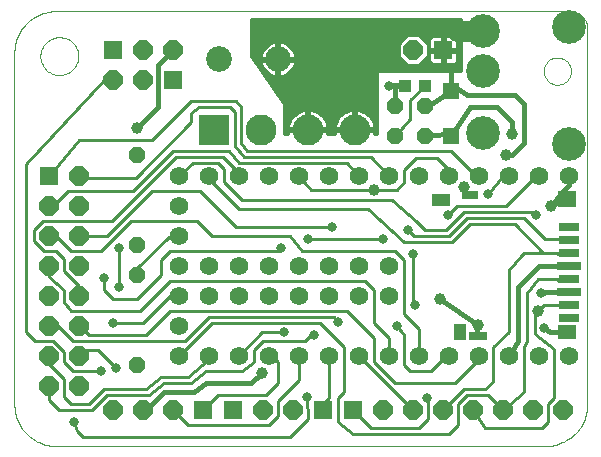
<source format=gtl>
G75*
G70*
%OFA0B0*%
%FSLAX24Y24*%
%IPPOS*%
%LPD*%
%AMOC8*
5,1,8,0,0,1.08239X$1,22.5*
%
%ADD10C,0.0000*%
%ADD11R,0.0394X0.0433*%
%ADD12C,0.1033*%
%ADD13R,0.1033X0.1033*%
%ADD14C,0.0860*%
%ADD15R,0.0640X0.0640*%
%ADD16OC8,0.0640*%
%ADD17R,0.0591X0.0551*%
%ADD18R,0.0591X0.0512*%
%ADD19R,0.0689X0.0276*%
%ADD20R,0.0800X0.0276*%
%ADD21R,0.0591X0.0315*%
%ADD22R,0.0394X0.0551*%
%ADD23R,0.0551X0.0315*%
%ADD24R,0.0610X0.0394*%
%ADD25C,0.1122*%
%ADD26R,0.0551X0.0551*%
%ADD27OC8,0.0560*%
%ADD28C,0.0620*%
%ADD29C,0.0160*%
%ADD30C,0.0396*%
%ADD31C,0.0700*%
%ADD32C,0.0100*%
%ADD33C,0.0320*%
D10*
X001600Y004500D02*
X017900Y004500D01*
X017973Y004502D01*
X018046Y004508D01*
X018119Y004517D01*
X018191Y004531D01*
X018262Y004548D01*
X018333Y004569D01*
X018402Y004593D01*
X018469Y004621D01*
X018536Y004653D01*
X018600Y004688D01*
X018662Y004726D01*
X018723Y004767D01*
X018781Y004812D01*
X018837Y004860D01*
X018890Y004910D01*
X018940Y004963D01*
X018988Y005019D01*
X019033Y005077D01*
X019074Y005138D01*
X019112Y005200D01*
X019147Y005264D01*
X019179Y005331D01*
X019207Y005398D01*
X019231Y005467D01*
X019252Y005538D01*
X019269Y005609D01*
X019283Y005681D01*
X019292Y005754D01*
X019298Y005827D01*
X019300Y005900D01*
X019300Y018400D01*
X019301Y018445D01*
X019297Y018491D01*
X019290Y018536D01*
X019280Y018580D01*
X019266Y018623D01*
X019249Y018665D01*
X019228Y018706D01*
X019205Y018745D01*
X019178Y018782D01*
X019148Y018816D01*
X019116Y018848D01*
X019082Y018878D01*
X019045Y018905D01*
X019006Y018928D01*
X018965Y018949D01*
X018923Y018966D01*
X018880Y018980D01*
X018836Y018990D01*
X018791Y018997D01*
X018745Y019001D01*
X018700Y019000D01*
X001600Y019000D01*
X001527Y018998D01*
X001454Y018992D01*
X001381Y018983D01*
X001309Y018969D01*
X001238Y018952D01*
X001167Y018931D01*
X001098Y018907D01*
X001031Y018879D01*
X000964Y018847D01*
X000900Y018812D01*
X000838Y018774D01*
X000777Y018733D01*
X000719Y018688D01*
X000663Y018640D01*
X000610Y018590D01*
X000560Y018537D01*
X000512Y018481D01*
X000467Y018423D01*
X000426Y018362D01*
X000388Y018300D01*
X000353Y018236D01*
X000321Y018169D01*
X000293Y018102D01*
X000269Y018033D01*
X000248Y017962D01*
X000231Y017891D01*
X000217Y017819D01*
X000208Y017746D01*
X000202Y017673D01*
X000200Y017600D01*
X000200Y005900D01*
X000202Y005827D01*
X000208Y005754D01*
X000217Y005681D01*
X000231Y005609D01*
X000248Y005538D01*
X000269Y005467D01*
X000293Y005398D01*
X000321Y005331D01*
X000353Y005264D01*
X000388Y005200D01*
X000426Y005138D01*
X000467Y005077D01*
X000512Y005019D01*
X000560Y004963D01*
X000610Y004910D01*
X000663Y004860D01*
X000719Y004812D01*
X000777Y004767D01*
X000838Y004726D01*
X000900Y004688D01*
X000964Y004653D01*
X001031Y004621D01*
X001098Y004593D01*
X001167Y004569D01*
X001238Y004548D01*
X001309Y004531D01*
X001381Y004517D01*
X001454Y004508D01*
X001527Y004502D01*
X001600Y004500D01*
X001070Y017500D02*
X001072Y017550D01*
X001078Y017600D01*
X001088Y017649D01*
X001102Y017697D01*
X001119Y017744D01*
X001140Y017789D01*
X001165Y017833D01*
X001193Y017874D01*
X001225Y017913D01*
X001259Y017950D01*
X001296Y017984D01*
X001336Y018014D01*
X001378Y018041D01*
X001422Y018065D01*
X001468Y018086D01*
X001515Y018102D01*
X001563Y018115D01*
X001613Y018124D01*
X001662Y018129D01*
X001713Y018130D01*
X001763Y018127D01*
X001812Y018120D01*
X001861Y018109D01*
X001909Y018094D01*
X001955Y018076D01*
X002000Y018054D01*
X002043Y018028D01*
X002084Y017999D01*
X002123Y017967D01*
X002159Y017932D01*
X002191Y017894D01*
X002221Y017854D01*
X002248Y017811D01*
X002271Y017767D01*
X002290Y017721D01*
X002306Y017673D01*
X002318Y017624D01*
X002326Y017575D01*
X002330Y017525D01*
X002330Y017475D01*
X002326Y017425D01*
X002318Y017376D01*
X002306Y017327D01*
X002290Y017279D01*
X002271Y017233D01*
X002248Y017189D01*
X002221Y017146D01*
X002191Y017106D01*
X002159Y017068D01*
X002123Y017033D01*
X002084Y017001D01*
X002043Y016972D01*
X002000Y016946D01*
X001955Y016924D01*
X001909Y016906D01*
X001861Y016891D01*
X001812Y016880D01*
X001763Y016873D01*
X001713Y016870D01*
X001662Y016871D01*
X001613Y016876D01*
X001563Y016885D01*
X001515Y016898D01*
X001468Y016914D01*
X001422Y016935D01*
X001378Y016959D01*
X001336Y016986D01*
X001296Y017016D01*
X001259Y017050D01*
X001225Y017087D01*
X001193Y017126D01*
X001165Y017167D01*
X001140Y017211D01*
X001119Y017256D01*
X001102Y017303D01*
X001088Y017351D01*
X001078Y017400D01*
X001072Y017450D01*
X001070Y017500D01*
X017847Y017000D02*
X017849Y017042D01*
X017855Y017084D01*
X017865Y017126D01*
X017878Y017166D01*
X017896Y017205D01*
X017917Y017242D01*
X017941Y017276D01*
X017969Y017309D01*
X017999Y017339D01*
X018032Y017365D01*
X018067Y017389D01*
X018105Y017409D01*
X018144Y017425D01*
X018184Y017438D01*
X018226Y017447D01*
X018268Y017452D01*
X018311Y017453D01*
X018353Y017450D01*
X018395Y017443D01*
X018436Y017432D01*
X018476Y017417D01*
X018514Y017399D01*
X018551Y017377D01*
X018585Y017352D01*
X018617Y017324D01*
X018645Y017293D01*
X018671Y017259D01*
X018694Y017223D01*
X018713Y017186D01*
X018729Y017146D01*
X018741Y017105D01*
X018749Y017064D01*
X018753Y017021D01*
X018753Y016979D01*
X018749Y016936D01*
X018741Y016895D01*
X018729Y016854D01*
X018713Y016814D01*
X018694Y016777D01*
X018671Y016741D01*
X018645Y016707D01*
X018617Y016676D01*
X018585Y016648D01*
X018551Y016623D01*
X018514Y016601D01*
X018476Y016583D01*
X018436Y016568D01*
X018395Y016557D01*
X018353Y016550D01*
X018311Y016547D01*
X018268Y016548D01*
X018226Y016553D01*
X018184Y016562D01*
X018144Y016575D01*
X018105Y016591D01*
X018067Y016611D01*
X018032Y016635D01*
X017999Y016661D01*
X017969Y016691D01*
X017941Y016724D01*
X017917Y016758D01*
X017896Y016795D01*
X017878Y016834D01*
X017865Y016874D01*
X017855Y016916D01*
X017849Y016958D01*
X017847Y017000D01*
D11*
X013885Y016500D03*
X013215Y016500D03*
D12*
X011540Y015050D03*
X009980Y015050D03*
X008420Y015050D03*
D13*
X006860Y015050D03*
D14*
X007016Y017400D03*
X008984Y017400D03*
D15*
X005500Y016700D03*
X003500Y017700D03*
X001350Y013500D03*
X006500Y005700D03*
X007500Y005700D03*
X010500Y005700D03*
X011500Y005700D03*
X014500Y017700D03*
D16*
X013500Y017700D03*
X005500Y017700D03*
X004500Y017700D03*
X004500Y016700D03*
X003500Y016700D03*
X002350Y013500D03*
X002350Y012500D03*
X002350Y011500D03*
X002350Y010500D03*
X002350Y009500D03*
X002350Y008500D03*
X001350Y008500D03*
X001350Y009500D03*
X001350Y010500D03*
X001350Y011500D03*
X001350Y012500D03*
X001350Y007500D03*
X001350Y006500D03*
X002350Y006500D03*
X002350Y007500D03*
X003500Y005700D03*
X004500Y005700D03*
X005500Y005700D03*
X008500Y005700D03*
X009500Y005700D03*
X012500Y005700D03*
X013500Y005700D03*
X014500Y005700D03*
X015500Y005700D03*
X016500Y005700D03*
X017500Y005700D03*
X018500Y005700D03*
D17*
X018633Y012737D03*
D18*
X018633Y008288D03*
D19*
X018673Y008780D03*
X018673Y009193D03*
X018673Y010059D03*
X018673Y010926D03*
X018673Y011359D03*
X018673Y011792D03*
D20*
X018673Y010493D03*
X018673Y009626D03*
D21*
X015641Y008170D03*
D22*
X015051Y008288D03*
D23*
X015385Y012855D03*
D24*
X014421Y012717D03*
D25*
X015820Y014953D03*
X015820Y017000D03*
X015820Y018339D03*
X018694Y018457D03*
X018694Y014559D03*
D26*
X014750Y014852D03*
X014750Y016348D03*
D27*
X013900Y015850D03*
X012900Y015850D03*
X012900Y014850D03*
X013900Y014850D03*
X004300Y014200D03*
X004300Y011200D03*
X004300Y010200D03*
X004300Y007200D03*
D28*
X005700Y007500D03*
X006700Y007500D03*
X007700Y007500D03*
X008700Y007500D03*
X009700Y007500D03*
X010700Y007500D03*
X011700Y007500D03*
X012700Y007500D03*
X013700Y007500D03*
X014700Y007500D03*
X015700Y007500D03*
X016700Y007500D03*
X017700Y007500D03*
X018700Y007500D03*
X012700Y009500D03*
X012700Y010500D03*
X011700Y010500D03*
X011700Y009500D03*
X010700Y009500D03*
X010700Y010500D03*
X009700Y010500D03*
X008700Y010500D03*
X008700Y009500D03*
X009700Y009500D03*
X007700Y009500D03*
X007700Y010500D03*
X006700Y010500D03*
X006700Y009500D03*
X005700Y009500D03*
X005700Y008500D03*
X005700Y010500D03*
X005700Y011500D03*
X005700Y012500D03*
X005700Y013500D03*
X006700Y013500D03*
X007700Y013500D03*
X008700Y013500D03*
X009700Y013500D03*
X010700Y013500D03*
X011700Y013500D03*
X012700Y013500D03*
X013700Y013500D03*
X014700Y013500D03*
X015700Y013500D03*
X016700Y013500D03*
X017700Y013500D03*
X018700Y013500D03*
D29*
X018700Y013200D01*
X018500Y013000D01*
X018100Y012500D01*
X018247Y012600D01*
X018633Y012737D01*
X016800Y014200D02*
X017200Y014600D01*
X017200Y015900D01*
X016900Y016200D01*
X015300Y016200D01*
X014952Y016448D01*
X014750Y016348D01*
X014102Y015900D01*
X013900Y015850D01*
X013215Y016500D02*
X012900Y016535D01*
X012900Y015850D01*
X012700Y016500D02*
X012665Y016550D01*
X013215Y016500D01*
X014750Y016348D02*
X014750Y017000D01*
X015400Y015800D02*
X016300Y015800D01*
X016800Y015300D01*
X016800Y014900D01*
X016800Y014200D02*
X016600Y014200D01*
X014750Y014852D02*
X015400Y015800D01*
X014750Y014852D02*
X014598Y014900D01*
X013900Y014850D01*
X017693Y010493D02*
X018673Y010493D01*
X018673Y009626D02*
X018024Y009626D01*
X017750Y009600D01*
X017000Y009800D02*
X017693Y010493D01*
X017000Y009800D02*
X017000Y008000D01*
X016700Y007500D01*
X015641Y008170D02*
X015600Y008461D01*
X015650Y008550D01*
X014400Y009400D01*
X017850Y008450D02*
X018062Y008288D01*
X018633Y008288D01*
X008450Y006950D02*
X008080Y006600D01*
X006600Y006600D01*
X006200Y006300D01*
X005200Y006300D01*
X004600Y005700D01*
X004500Y005700D01*
X004300Y015100D02*
X005000Y015800D01*
X005000Y017200D01*
X005500Y017700D01*
D30*
X004300Y015100D03*
X012200Y013050D03*
X015200Y013150D03*
X016600Y014200D03*
X016800Y014900D03*
X018100Y012500D03*
X017650Y009000D03*
X015650Y008550D03*
X014400Y009400D03*
X008450Y006950D03*
D31*
X014939Y018339D02*
X015820Y018339D01*
D32*
X015100Y018290D02*
X008100Y018290D01*
X008100Y018192D02*
X015100Y018192D01*
X015100Y018093D02*
X014951Y018093D01*
X014960Y018078D02*
X014940Y018112D01*
X014912Y018140D01*
X014878Y018160D01*
X014840Y018170D01*
X014550Y018170D01*
X014550Y017750D01*
X014450Y017750D01*
X014450Y018170D01*
X014160Y018170D01*
X014122Y018160D01*
X014088Y018140D01*
X014060Y018112D01*
X014040Y018078D01*
X014030Y018040D01*
X014030Y017750D01*
X014450Y017750D01*
X014450Y017650D01*
X014030Y017650D01*
X014030Y017360D01*
X014040Y017322D01*
X014060Y017288D01*
X014088Y017260D01*
X014122Y017240D01*
X014160Y017230D01*
X014450Y017230D01*
X014450Y017650D01*
X014550Y017650D01*
X014550Y017750D01*
X014970Y017750D01*
X014970Y018040D01*
X014960Y018078D01*
X014970Y017995D02*
X015100Y017995D01*
X015100Y017896D02*
X014970Y017896D01*
X014970Y017798D02*
X015100Y017798D01*
X015100Y017699D02*
X014550Y017699D01*
X014550Y017650D02*
X014970Y017650D01*
X014970Y017360D01*
X014960Y017322D01*
X014940Y017288D01*
X014912Y017260D01*
X014878Y017240D01*
X014840Y017230D01*
X014550Y017230D01*
X014550Y017650D01*
X014550Y017601D02*
X014450Y017601D01*
X014450Y017699D02*
X013990Y017699D01*
X013990Y017601D02*
X014030Y017601D01*
X014030Y017502D02*
X013990Y017502D01*
X013990Y017497D02*
X013703Y017210D01*
X013297Y017210D01*
X013010Y017497D01*
X013010Y017903D01*
X013297Y018190D01*
X013703Y018190D01*
X013990Y017903D01*
X013990Y017497D01*
X014030Y017404D02*
X013896Y017404D01*
X013798Y017305D02*
X014050Y017305D01*
X014450Y017305D02*
X014550Y017305D01*
X014550Y017404D02*
X014450Y017404D01*
X014450Y017502D02*
X014550Y017502D01*
X014550Y017798D02*
X014450Y017798D01*
X014450Y017896D02*
X014550Y017896D01*
X014550Y017995D02*
X014450Y017995D01*
X014450Y018093D02*
X014550Y018093D01*
X015100Y018389D02*
X008100Y018389D01*
X008100Y018487D02*
X015100Y018487D01*
X015100Y018586D02*
X008100Y018586D01*
X008100Y018684D02*
X015100Y018684D01*
X015100Y018750D02*
X015100Y017173D01*
X015089Y017145D01*
X015089Y017000D01*
X012300Y017000D01*
X012300Y014900D01*
X012190Y014900D01*
X012195Y014920D01*
X012206Y015000D01*
X011590Y015000D01*
X011590Y015100D01*
X012206Y015100D01*
X012195Y015180D01*
X012173Y015265D01*
X012139Y015346D01*
X012096Y015421D01*
X012042Y015491D01*
X011981Y015552D01*
X011911Y015606D01*
X011836Y015649D01*
X011755Y015683D01*
X011670Y015705D01*
X011590Y015716D01*
X011590Y015100D01*
X011490Y015100D01*
X011490Y015716D01*
X011410Y015705D01*
X011325Y015683D01*
X011244Y015649D01*
X011169Y015606D01*
X011099Y015552D01*
X011038Y015491D01*
X010984Y015421D01*
X010941Y015346D01*
X010907Y015265D01*
X010885Y015180D01*
X010874Y015100D01*
X011490Y015100D01*
X011490Y015000D01*
X010874Y015000D01*
X010885Y014920D01*
X010890Y014900D01*
X010630Y014900D01*
X010635Y014920D01*
X010646Y015000D01*
X010030Y015000D01*
X010030Y015100D01*
X009930Y015100D01*
X009930Y015716D01*
X009850Y015705D01*
X009765Y015683D01*
X009684Y015649D01*
X009609Y015606D01*
X009539Y015552D01*
X009478Y015491D01*
X009424Y015421D01*
X009381Y015346D01*
X009347Y015265D01*
X009325Y015180D01*
X009314Y015100D01*
X009930Y015100D01*
X009930Y015000D01*
X009314Y015000D01*
X009325Y014920D01*
X009330Y014900D01*
X009200Y014900D01*
X009200Y015900D01*
X008100Y017500D01*
X008100Y018750D01*
X015100Y018750D01*
X014049Y018093D02*
X013800Y018093D01*
X013898Y017995D02*
X014030Y017995D01*
X014030Y017896D02*
X013990Y017896D01*
X013990Y017798D02*
X014030Y017798D01*
X013200Y018093D02*
X008100Y018093D01*
X008100Y017995D02*
X013102Y017995D01*
X013010Y017896D02*
X009288Y017896D01*
X009207Y017938D01*
X009120Y017966D01*
X009033Y017980D01*
X009033Y017448D01*
X009564Y017448D01*
X009550Y017536D01*
X009522Y017623D01*
X009480Y017704D01*
X009427Y017778D01*
X009362Y017842D01*
X009288Y017896D01*
X009407Y017798D02*
X013010Y017798D01*
X013010Y017699D02*
X009483Y017699D01*
X009529Y017601D02*
X013010Y017601D01*
X013010Y017502D02*
X009555Y017502D01*
X009564Y017352D02*
X009033Y017352D01*
X009033Y017448D01*
X008936Y017448D01*
X008936Y017352D01*
X008405Y017352D01*
X008419Y017264D01*
X008447Y017177D01*
X008488Y017096D01*
X008542Y017022D01*
X008606Y016958D01*
X008680Y016904D01*
X008762Y016862D01*
X008848Y016834D01*
X008936Y016820D01*
X008936Y017352D01*
X009033Y017352D01*
X009033Y016820D01*
X009120Y016834D01*
X009207Y016862D01*
X009288Y016904D01*
X009362Y016958D01*
X009427Y017022D01*
X009480Y017096D01*
X009522Y017177D01*
X009550Y017264D01*
X009564Y017352D01*
X009556Y017305D02*
X013202Y017305D01*
X013104Y017404D02*
X009033Y017404D01*
X008936Y017404D02*
X008166Y017404D01*
X008100Y017502D02*
X008413Y017502D01*
X008419Y017536D02*
X008405Y017448D01*
X008936Y017448D01*
X008936Y017980D01*
X008848Y017966D01*
X008762Y017938D01*
X008680Y017896D01*
X008100Y017896D01*
X008100Y017798D02*
X008562Y017798D01*
X008542Y017778D02*
X008488Y017704D01*
X008447Y017623D01*
X008419Y017536D01*
X008440Y017601D02*
X008100Y017601D01*
X008100Y017699D02*
X008486Y017699D01*
X008542Y017778D02*
X008606Y017842D01*
X008680Y017896D01*
X008936Y017896D02*
X009033Y017896D01*
X009033Y017798D02*
X008936Y017798D01*
X008936Y017699D02*
X009033Y017699D01*
X009033Y017601D02*
X008936Y017601D01*
X008936Y017502D02*
X009033Y017502D01*
X009033Y017305D02*
X008936Y017305D01*
X008936Y017207D02*
X009033Y017207D01*
X009033Y017108D02*
X008936Y017108D01*
X008936Y017010D02*
X009033Y017010D01*
X009033Y016911D02*
X008936Y016911D01*
X009298Y016911D02*
X012300Y016911D01*
X012300Y016813D02*
X008573Y016813D01*
X008505Y016911D02*
X008671Y016911D01*
X008554Y017010D02*
X008437Y017010D01*
X008482Y017108D02*
X008369Y017108D01*
X008302Y017207D02*
X008437Y017207D01*
X008412Y017305D02*
X008234Y017305D01*
X008640Y016714D02*
X012300Y016714D01*
X012300Y016616D02*
X008708Y016616D01*
X008776Y016517D02*
X012300Y016517D01*
X012300Y016419D02*
X008844Y016419D01*
X008911Y016320D02*
X012300Y016320D01*
X012300Y016222D02*
X008979Y016222D01*
X009047Y016123D02*
X012300Y016123D01*
X012300Y016025D02*
X009114Y016025D01*
X009182Y015926D02*
X012300Y015926D01*
X012300Y015828D02*
X009200Y015828D01*
X009200Y015729D02*
X012300Y015729D01*
X012300Y015631D02*
X011868Y015631D01*
X012001Y015532D02*
X012300Y015532D01*
X012300Y015434D02*
X012086Y015434D01*
X012144Y015335D02*
X012300Y015335D01*
X012300Y015237D02*
X012180Y015237D01*
X012201Y015138D02*
X012300Y015138D01*
X012300Y015040D02*
X011590Y015040D01*
X011590Y015138D02*
X011490Y015138D01*
X011490Y015040D02*
X010030Y015040D01*
X010030Y015100D02*
X010646Y015100D01*
X010635Y015180D01*
X010613Y015265D01*
X010579Y015346D01*
X010536Y015421D01*
X010482Y015491D01*
X010421Y015552D01*
X010351Y015606D01*
X010276Y015649D01*
X010195Y015683D01*
X010110Y015705D01*
X010030Y015716D01*
X010030Y015100D01*
X010030Y015138D02*
X009930Y015138D01*
X009930Y015040D02*
X009200Y015040D01*
X009200Y015138D02*
X009319Y015138D01*
X009340Y015237D02*
X009200Y015237D01*
X009200Y015335D02*
X009376Y015335D01*
X009434Y015434D02*
X009200Y015434D01*
X009200Y015532D02*
X009519Y015532D01*
X009652Y015631D02*
X009200Y015631D01*
X009200Y014941D02*
X009322Y014941D01*
X009930Y015237D02*
X010030Y015237D01*
X010030Y015335D02*
X009930Y015335D01*
X009930Y015434D02*
X010030Y015434D01*
X010030Y015532D02*
X009930Y015532D01*
X009930Y015631D02*
X010030Y015631D01*
X010308Y015631D02*
X011212Y015631D01*
X011079Y015532D02*
X010441Y015532D01*
X010526Y015434D02*
X010994Y015434D01*
X010936Y015335D02*
X010584Y015335D01*
X010620Y015237D02*
X010900Y015237D01*
X010879Y015138D02*
X010641Y015138D01*
X010638Y014941D02*
X010882Y014941D01*
X011490Y015237D02*
X011590Y015237D01*
X011590Y015335D02*
X011490Y015335D01*
X011490Y015434D02*
X011590Y015434D01*
X011590Y015532D02*
X011490Y015532D01*
X011490Y015631D02*
X011590Y015631D01*
X012198Y014941D02*
X012300Y014941D01*
X012900Y014850D02*
X013400Y015400D01*
X013400Y016050D01*
X013885Y016500D01*
X015089Y017010D02*
X009414Y017010D01*
X009486Y017108D02*
X015089Y017108D01*
X015100Y017207D02*
X009531Y017207D01*
X007750Y015800D02*
X007600Y016000D01*
X006100Y016000D01*
X004800Y014700D01*
X002350Y014700D01*
X001350Y013500D01*
X002000Y013000D02*
X004150Y013000D01*
X005500Y014350D01*
X007350Y014350D01*
X007700Y013950D01*
X011300Y013950D01*
X011700Y013500D01*
X012200Y013050D02*
X010100Y013050D01*
X009700Y013500D01*
X007950Y014350D02*
X007750Y014600D01*
X007750Y015800D01*
X007550Y015650D02*
X007400Y015800D01*
X006350Y015800D01*
X006100Y015600D01*
X006100Y015300D01*
X004250Y013450D01*
X002400Y013450D01*
X002350Y013500D01*
X002000Y013000D02*
X001500Y012500D01*
X001350Y012500D01*
X001150Y012000D02*
X000850Y011700D01*
X000850Y011350D01*
X001200Y011000D01*
X001600Y011000D01*
X001850Y010750D01*
X001850Y010350D01*
X002350Y009850D01*
X002350Y009500D01*
X001850Y009300D02*
X002100Y009000D01*
X004400Y009000D01*
X005400Y010000D01*
X011900Y010000D01*
X012200Y009700D01*
X012200Y008600D01*
X012700Y008100D01*
X012700Y007500D01*
X013200Y007200D02*
X013200Y008200D01*
X012950Y008500D01*
X013200Y008900D02*
X013200Y010700D01*
X012900Y011000D01*
X009800Y011000D01*
X009400Y011500D01*
X006800Y011500D01*
X006300Y012000D01*
X004100Y012000D01*
X003100Y011000D01*
X002100Y011000D01*
X001600Y011500D01*
X001350Y011500D01*
X001150Y012000D02*
X003450Y012000D01*
X005600Y014150D01*
X007150Y014150D01*
X007700Y013600D01*
X007700Y013500D01*
X007200Y013300D02*
X007200Y013750D01*
X007000Y013950D01*
X006150Y013950D01*
X005700Y013500D01*
X006400Y013000D02*
X004800Y013000D01*
X003300Y011500D01*
X002350Y011500D01*
X001350Y010500D02*
X001350Y010150D01*
X001850Y009700D01*
X001850Y009300D01*
X001650Y008500D02*
X001350Y008500D01*
X001650Y008500D02*
X002150Y008000D01*
X005900Y008000D01*
X006700Y008800D01*
X010850Y008800D01*
X011000Y008650D01*
X011300Y009000D02*
X005400Y009000D01*
X004600Y008200D01*
X002700Y008200D01*
X002500Y008400D01*
X002450Y008400D01*
X002350Y008500D01*
X001500Y008000D02*
X000900Y008000D01*
X000600Y008300D01*
X000600Y013900D01*
X003200Y016700D01*
X003500Y016700D01*
X006600Y013500D02*
X006700Y013500D01*
X006600Y013500D02*
X007700Y012400D01*
X012000Y012400D01*
X013200Y011300D01*
X014800Y011300D01*
X015400Y011900D01*
X016900Y011900D01*
X017824Y010926D01*
X018673Y010926D01*
X018298Y010900D01*
X017824Y010926D02*
X017176Y010926D01*
X017076Y010826D01*
X016676Y010376D01*
X016700Y008300D01*
X016150Y007800D01*
X016150Y006650D01*
X015900Y006400D01*
X015200Y006400D01*
X014500Y005700D01*
X015000Y005900D02*
X015300Y006200D01*
X016000Y006200D01*
X016500Y005700D01*
X017200Y006300D01*
X017200Y007800D01*
X017300Y008000D01*
X017300Y009600D01*
X017659Y010059D01*
X018673Y010059D01*
X018313Y010000D01*
X018650Y009198D02*
X018650Y009193D01*
X017843Y009193D01*
X017650Y009000D01*
X017550Y008900D01*
X017550Y008250D01*
X018200Y007750D01*
X018200Y006100D01*
X018000Y005900D01*
X018000Y005300D01*
X017800Y005100D01*
X015900Y005100D01*
X015500Y005700D01*
X015000Y005900D02*
X015000Y005200D01*
X014700Y004900D01*
X011500Y004900D01*
X011000Y005300D01*
X011000Y006100D01*
X011200Y006300D01*
X011200Y007800D01*
X010400Y008600D01*
X006800Y008600D01*
X005700Y007500D01*
X006000Y006800D02*
X005100Y006800D01*
X004600Y006400D01*
X003200Y006400D01*
X002700Y005900D01*
X002100Y005900D01*
X001850Y006150D01*
X001850Y006750D01*
X001350Y007250D01*
X001350Y007500D01*
X001400Y007500D01*
X001850Y007650D02*
X001850Y007300D01*
X002150Y007000D01*
X003100Y007000D01*
X003600Y007100D02*
X003000Y007700D01*
X002550Y007700D01*
X002350Y007500D01*
X001850Y007650D02*
X001500Y008000D01*
X001350Y006500D02*
X001350Y006050D01*
X001700Y005700D01*
X002800Y005700D01*
X003300Y006200D01*
X004700Y006200D01*
X005200Y006600D01*
X006100Y006600D01*
X006600Y007000D01*
X007800Y007000D01*
X008200Y007300D01*
X008200Y007700D01*
X008500Y008000D01*
X009900Y008000D01*
X010100Y008200D01*
X010200Y008200D01*
X009700Y007500D02*
X009700Y006700D01*
X009000Y006000D01*
X009000Y005500D01*
X008700Y005200D01*
X006000Y005200D01*
X005500Y005700D01*
X006500Y005700D02*
X007000Y006200D01*
X008600Y006200D01*
X009000Y006600D01*
X009000Y007300D01*
X008800Y007500D01*
X008700Y007500D01*
X008450Y008300D02*
X009200Y008300D01*
X008450Y008300D02*
X007700Y007500D01*
X006700Y007500D02*
X006700Y007400D01*
X006000Y006800D01*
X004500Y008600D02*
X003500Y008600D01*
X003500Y009400D02*
X003200Y009700D01*
X003200Y010100D01*
X003700Y009800D02*
X003700Y011100D01*
X004300Y010424D02*
X005339Y011462D01*
X005538Y011462D01*
X005700Y011500D01*
X005400Y011000D02*
X009000Y011000D01*
X009100Y011100D01*
X010000Y011400D02*
X012500Y011400D01*
X013310Y011690D02*
X013510Y011490D01*
X014212Y011490D01*
X014700Y011500D01*
X015300Y012100D01*
X017200Y012100D01*
X017900Y011400D01*
X018331Y011400D01*
X018673Y011359D01*
X017600Y012200D02*
X017500Y012300D01*
X015200Y012300D01*
X014600Y011700D01*
X013900Y011700D01*
X013600Y012000D01*
X012800Y012700D01*
X007800Y012700D01*
X007200Y013300D01*
X006400Y013000D02*
X007600Y011800D01*
X010800Y011800D01*
X012200Y013050D02*
X012950Y013050D01*
X013200Y013300D01*
X013200Y013700D01*
X013600Y014100D01*
X014300Y014100D01*
X014700Y013700D01*
X014700Y013500D01*
X015200Y013150D02*
X015181Y012950D01*
X015385Y012855D01*
X014950Y012500D02*
X016600Y012500D01*
X017500Y013400D01*
X017600Y013400D01*
X017700Y013500D01*
X016700Y013500D02*
X016500Y013500D01*
X016000Y012900D01*
X015700Y013500D02*
X015500Y013600D01*
X014750Y014350D01*
X007950Y014350D01*
X007850Y014150D02*
X012100Y014150D01*
X012700Y013500D01*
X014650Y012200D02*
X014950Y012500D01*
X013500Y010900D02*
X013500Y009300D01*
X013550Y009200D01*
X013200Y008900D02*
X013700Y008400D01*
X013700Y007500D01*
X013400Y007000D02*
X013200Y007200D01*
X013400Y007000D02*
X014100Y007000D01*
X014600Y007500D01*
X014700Y007500D01*
X014900Y006600D02*
X012900Y006600D01*
X012200Y007300D01*
X012200Y008100D01*
X011300Y009000D01*
X011700Y007500D02*
X013500Y005700D01*
X014000Y005400D02*
X013700Y005100D01*
X012100Y005100D01*
X011500Y005700D01*
X010700Y006100D02*
X010700Y007500D01*
X010700Y006100D02*
X010500Y005900D01*
X010500Y005700D01*
X010000Y005400D02*
X009950Y006150D01*
X010000Y005400D02*
X009400Y004800D01*
X002500Y004800D01*
X002300Y005000D01*
X002200Y005300D01*
X004500Y008600D02*
X005400Y009500D01*
X005700Y009500D01*
X005100Y010200D02*
X004300Y009400D01*
X003500Y009400D01*
X004300Y010200D02*
X004300Y010424D01*
X005100Y010200D02*
X005100Y010700D01*
X005400Y011000D01*
X007850Y014150D02*
X007550Y014500D01*
X007550Y015650D01*
X014950Y017305D02*
X015100Y017305D01*
X015100Y017404D02*
X014970Y017404D01*
X014970Y017502D02*
X015100Y017502D01*
X015100Y017601D02*
X014970Y017601D01*
X018650Y009198D02*
X018673Y009193D01*
X018657Y009193D02*
X018650Y009193D01*
X018650Y009198D02*
X018780Y009200D01*
X018850Y009200D01*
X015700Y007500D02*
X015700Y007400D01*
X014900Y006600D01*
X013950Y006100D02*
X014000Y006000D01*
X014000Y005400D01*
D33*
X013950Y006100D03*
X012950Y008500D03*
X013550Y009200D03*
X013500Y010900D03*
X013310Y011690D03*
X012500Y011400D03*
X010800Y011800D03*
X010000Y011400D03*
X009100Y011100D03*
X011000Y008650D03*
X010200Y008200D03*
X009200Y008300D03*
X009950Y006150D03*
X003600Y007100D03*
X003100Y007000D03*
X003500Y008600D03*
X003700Y009800D03*
X003200Y010100D03*
X003700Y011100D03*
X002200Y005300D03*
X012700Y016500D03*
X016000Y012900D03*
X014650Y012200D03*
X017600Y012200D03*
X017750Y009600D03*
X017850Y008450D03*
M02*

</source>
